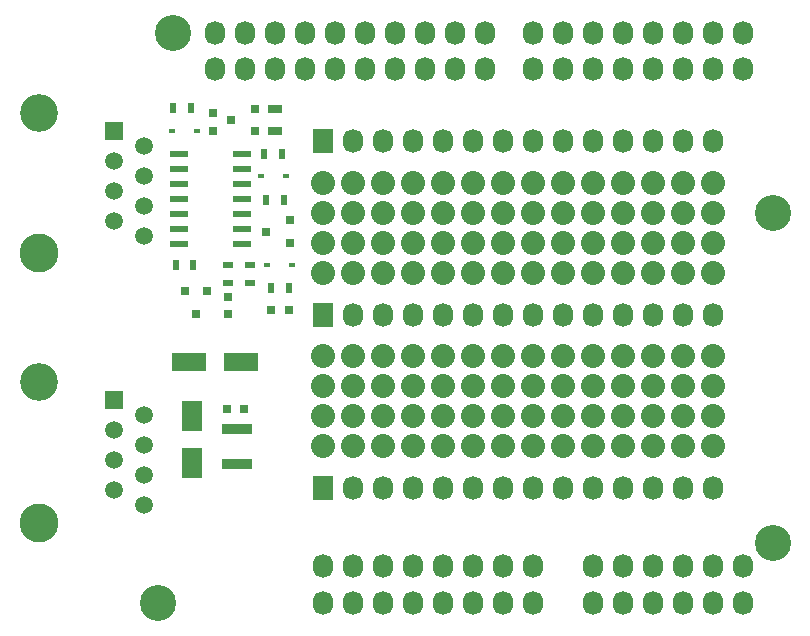
<source format=gbr>
G04 #@! TF.FileFunction,Soldermask,Top*
%FSLAX46Y46*%
G04 Gerber Fmt 4.6, Leading zero omitted, Abs format (unit mm)*
G04 Created by KiCad (PCBNEW 4.0.7) date Fri May 18 16:22:30 2018*
%MOMM*%
%LPD*%
G01*
G04 APERTURE LIST*
%ADD10C,0.100000*%
%ADD11R,0.500000X0.900000*%
%ADD12R,2.999740X1.600200*%
%ADD13R,0.800000X0.750000*%
%ADD14R,0.750000X0.800000*%
%ADD15R,1.800860X2.499360*%
%ADD16R,0.797560X0.797560*%
%ADD17R,0.590000X0.450000*%
%ADD18R,0.800100X0.800100*%
%ADD19R,0.900000X0.500000*%
%ADD20R,1.300000X0.700000*%
%ADD21R,2.500000X0.900000*%
%ADD22R,1.500000X0.600000*%
%ADD23C,3.048000*%
%ADD24C,2.032000*%
%ADD25O,1.727200X2.032000*%
%ADD26C,3.300000*%
%ADD27C,3.200000*%
%ADD28R,1.501140X1.501140*%
%ADD29C,1.501140*%
%ADD30R,1.727200X2.032000*%
G04 APERTURE END LIST*
D10*
D11*
X24661560Y36652680D03*
X23161560Y36652680D03*
D12*
X21038820Y22959540D03*
X16639540Y22959540D03*
D13*
X21311300Y18992060D03*
X19811300Y18992060D03*
D14*
X18694400Y42531600D03*
X18694400Y44031600D03*
D15*
X16855440Y14338300D03*
X16855440Y18336260D03*
D16*
X19936460Y28461180D03*
X19936460Y26962580D03*
D17*
X15201000Y42519600D03*
X17311000Y42519600D03*
X22760040Y38638480D03*
X24870040Y38638480D03*
D18*
X18168660Y28966640D03*
X16268660Y28966640D03*
X17218660Y26967660D03*
X22184360Y42484000D03*
X22184360Y44384000D03*
X20185380Y43434000D03*
D19*
X19936460Y31141580D03*
X19936460Y29641580D03*
D11*
X15302800Y44399200D03*
X16802800Y44399200D03*
D20*
X23891240Y44379400D03*
X23891240Y42479400D03*
D11*
X15488220Y31160720D03*
X16988220Y31160720D03*
X23019320Y40533800D03*
X24519320Y40533800D03*
D21*
X20660360Y14334040D03*
X20660360Y17234040D03*
D22*
X15740400Y40538400D03*
X15740400Y39268400D03*
X15740400Y37998400D03*
X15740400Y36728400D03*
X15740400Y35458400D03*
X15740400Y34188400D03*
X15740400Y32918400D03*
X21140400Y32918400D03*
X21140400Y34188400D03*
X21140400Y35458400D03*
X21140400Y36728400D03*
X21140400Y37998400D03*
X21140400Y39268400D03*
X21140400Y40538400D03*
D23*
X66040000Y35560000D03*
X15240000Y50800000D03*
X66040000Y7620000D03*
X13970000Y2540000D03*
D13*
X25093360Y27368980D03*
X23593360Y27368980D03*
D17*
X23223960Y31140880D03*
X25333960Y31140880D03*
D18*
X25166320Y33022980D03*
X25166320Y34922980D03*
X23167340Y33972980D03*
D19*
X21777960Y31141580D03*
X21777960Y29641580D03*
D11*
X25093360Y29159680D03*
X23593360Y29159680D03*
D24*
X27940000Y30454600D03*
X30480000Y30454600D03*
X33020000Y30454600D03*
X35560000Y30454600D03*
X38100000Y30454600D03*
X40640000Y30454600D03*
X43180000Y30454600D03*
X45720000Y30454600D03*
X48260000Y30454600D03*
X50800000Y30454600D03*
X53340000Y30454600D03*
X55880000Y30454600D03*
X58420000Y30454600D03*
X60960000Y30454600D03*
X27940000Y32994600D03*
X30480000Y32994600D03*
X33020000Y32994600D03*
X35560000Y32994600D03*
X38100000Y32994600D03*
X40640000Y32994600D03*
X43180000Y32994600D03*
X45720000Y32994600D03*
X48260000Y32994600D03*
X50800000Y32994600D03*
X53340000Y32994600D03*
X55880000Y32994600D03*
X58420000Y32994600D03*
X60960000Y32994600D03*
X27940000Y35534600D03*
X30480000Y35534600D03*
X33020000Y35534600D03*
X35560000Y35534600D03*
X38100000Y35534600D03*
X40640000Y35534600D03*
X43180000Y35534600D03*
X45720000Y35534600D03*
X48260000Y35534600D03*
X50800000Y35534600D03*
X53340000Y35534600D03*
X55880000Y35534600D03*
X58420000Y35534600D03*
X60960000Y35534600D03*
X27940000Y38074600D03*
X30480000Y38074600D03*
X33020000Y38074600D03*
X35560000Y38074600D03*
X38100000Y38074600D03*
X40640000Y38074600D03*
X43180000Y38074600D03*
X45720000Y38074600D03*
X48260000Y38074600D03*
X50800000Y38074600D03*
X53340000Y38074600D03*
X55880000Y38074600D03*
X58420000Y38074600D03*
X60960000Y38074600D03*
X27940000Y15801340D03*
X30480000Y15801340D03*
X33020000Y15801340D03*
X35560000Y15801340D03*
X38100000Y15801340D03*
X40640000Y15801340D03*
X43180000Y15801340D03*
X45720000Y15801340D03*
X48260000Y15801340D03*
X50800000Y15801340D03*
X53340000Y15801340D03*
X55880000Y15801340D03*
X58420000Y15801340D03*
X60960000Y15801340D03*
X27940000Y18341340D03*
X30480000Y18341340D03*
X33020000Y18341340D03*
X35560000Y18341340D03*
X38100000Y18341340D03*
X40640000Y18341340D03*
X43180000Y18341340D03*
X45720000Y18341340D03*
X48260000Y18341340D03*
X50800000Y18341340D03*
X53340000Y18341340D03*
X55880000Y18341340D03*
X58420000Y18341340D03*
X60960000Y18341340D03*
X27940000Y20881340D03*
X30480000Y20881340D03*
X33020000Y20881340D03*
X35560000Y20881340D03*
X38100000Y20881340D03*
X40640000Y20881340D03*
X43180000Y20881340D03*
X45720000Y20881340D03*
X48260000Y20881340D03*
X50800000Y20881340D03*
X53340000Y20881340D03*
X55880000Y20881340D03*
X58420000Y20881340D03*
X60960000Y20881340D03*
X27940000Y23421340D03*
X30480000Y23421340D03*
X33020000Y23421340D03*
X35560000Y23421340D03*
X38100000Y23421340D03*
X40640000Y23421340D03*
X43180000Y23421340D03*
X45720000Y23421340D03*
X48260000Y23421340D03*
X50800000Y23421340D03*
X53340000Y23421340D03*
X55880000Y23421340D03*
X58420000Y23421340D03*
X60960000Y23421340D03*
D25*
X45720000Y47701200D03*
X48260000Y47701200D03*
X50800000Y47701200D03*
X53340000Y47701200D03*
X55880000Y47701200D03*
X58420000Y47701200D03*
X60960000Y47701200D03*
X63500000Y47701200D03*
X27940000Y5638800D03*
X30480000Y5638800D03*
X33020000Y5638800D03*
X35560000Y5638800D03*
X38100000Y5638800D03*
X40640000Y5638800D03*
X43180000Y5638800D03*
X45720000Y5638800D03*
X45720000Y50800000D03*
X48260000Y50800000D03*
X50800000Y50800000D03*
X53340000Y50800000D03*
X55880000Y50800000D03*
X58420000Y50800000D03*
X60960000Y50800000D03*
X63500000Y50800000D03*
X27940000Y2540000D03*
X30480000Y2540000D03*
X33020000Y2540000D03*
X35560000Y2540000D03*
X38100000Y2540000D03*
X40640000Y2540000D03*
X43180000Y2540000D03*
X45720000Y2540000D03*
X18796000Y47713900D03*
X21336000Y47713900D03*
X23876000Y47713900D03*
X26416000Y47713900D03*
X28956000Y47713900D03*
X31496000Y47713900D03*
X34036000Y47713900D03*
X36576000Y47713900D03*
X39116000Y47713900D03*
X41656000Y47713900D03*
X18796000Y50787300D03*
X21336000Y50787300D03*
X23876000Y50787300D03*
X26416000Y50787300D03*
X28956000Y50787300D03*
X31496000Y50787300D03*
X34036000Y50787300D03*
X36576000Y50787300D03*
X39116000Y50787300D03*
X41656000Y50787300D03*
X50800000Y5638800D03*
X53340000Y5638800D03*
X55880000Y5638800D03*
X58420000Y5638800D03*
X60960000Y5638800D03*
X63500000Y5638800D03*
X50800000Y2540000D03*
X53340000Y2540000D03*
X55880000Y2540000D03*
X58420000Y2540000D03*
X60960000Y2540000D03*
X63500000Y2540000D03*
D26*
X3921760Y32123860D03*
D27*
X3921760Y43993280D03*
D28*
X10271760Y42507380D03*
D29*
X12811760Y41237380D03*
X10271760Y39967380D03*
X12811760Y38697380D03*
X10271760Y37427380D03*
X12811760Y36157380D03*
X10271760Y34887380D03*
X12811760Y33617380D03*
D26*
X3909060Y9340060D03*
D27*
X3909060Y21209480D03*
D28*
X10259060Y19723580D03*
D29*
X12799060Y18453580D03*
X10259060Y17183580D03*
X12799060Y15913580D03*
X10259060Y14643580D03*
X12799060Y13373580D03*
X10259060Y12103580D03*
X12799060Y10833580D03*
D30*
X27940000Y12298680D03*
D25*
X30480000Y12298680D03*
X33020000Y12298680D03*
X35560000Y12298680D03*
X38100000Y12298680D03*
X40640000Y12298680D03*
X43180000Y12298680D03*
X45720000Y12298680D03*
X48260000Y12298680D03*
X50800000Y12298680D03*
X53340000Y12298680D03*
X55880000Y12298680D03*
X58420000Y12298680D03*
X60960000Y12298680D03*
D30*
X27940000Y41602660D03*
D25*
X30480000Y41602660D03*
X33020000Y41602660D03*
X35560000Y41602660D03*
X38100000Y41602660D03*
X40640000Y41602660D03*
X43180000Y41602660D03*
X45720000Y41602660D03*
X48260000Y41602660D03*
X50800000Y41602660D03*
X53340000Y41602660D03*
X55880000Y41602660D03*
X58420000Y41602660D03*
X60960000Y41602660D03*
D30*
X27940000Y26951940D03*
D25*
X30480000Y26951940D03*
X33020000Y26951940D03*
X35560000Y26951940D03*
X38100000Y26951940D03*
X40640000Y26951940D03*
X43180000Y26951940D03*
X45720000Y26951940D03*
X48260000Y26951940D03*
X50800000Y26951940D03*
X53340000Y26951940D03*
X55880000Y26951940D03*
X58420000Y26951940D03*
X60960000Y26951940D03*
M02*

</source>
